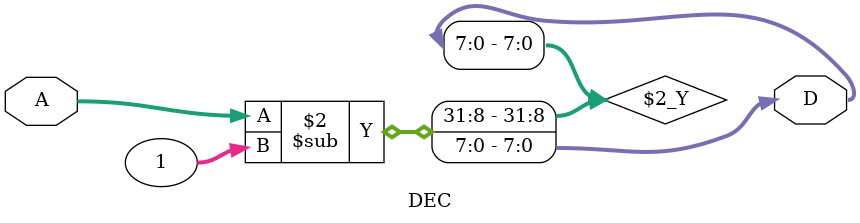
<source format=v>
`timescale 1ns / 1ps


module DEC #(parameter WIDTH=8)(A,D);
    input [WIDTH-1:0] A;
    output reg [WIDTH-1:0] D;
    
    always @(A)
    begin
        D <= A - 1;
    end
endmodule

</source>
